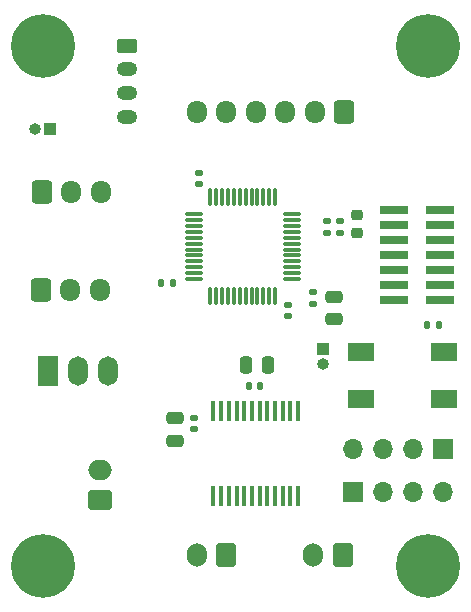
<source format=gbr>
%TF.GenerationSoftware,KiCad,Pcbnew,8.0.8*%
%TF.CreationDate,2025-02-05T17:51:18+01:00*%
%TF.ProjectId,Janus_finalV,4a616e75-735f-4666-996e-616c562e6b69,rev?*%
%TF.SameCoordinates,Original*%
%TF.FileFunction,Soldermask,Top*%
%TF.FilePolarity,Negative*%
%FSLAX46Y46*%
G04 Gerber Fmt 4.6, Leading zero omitted, Abs format (unit mm)*
G04 Created by KiCad (PCBNEW 8.0.8) date 2025-02-05 17:51:18*
%MOMM*%
%LPD*%
G01*
G04 APERTURE LIST*
G04 Aperture macros list*
%AMRoundRect*
0 Rectangle with rounded corners*
0 $1 Rounding radius*
0 $2 $3 $4 $5 $6 $7 $8 $9 X,Y pos of 4 corners*
0 Add a 4 corners polygon primitive as box body*
4,1,4,$2,$3,$4,$5,$6,$7,$8,$9,$2,$3,0*
0 Add four circle primitives for the rounded corners*
1,1,$1+$1,$2,$3*
1,1,$1+$1,$4,$5*
1,1,$1+$1,$6,$7*
1,1,$1+$1,$8,$9*
0 Add four rect primitives between the rounded corners*
20,1,$1+$1,$2,$3,$4,$5,0*
20,1,$1+$1,$4,$5,$6,$7,0*
20,1,$1+$1,$6,$7,$8,$9,0*
20,1,$1+$1,$8,$9,$2,$3,0*%
G04 Aperture macros list end*
%ADD10R,1.700000X1.700000*%
%ADD11O,1.700000X1.700000*%
%ADD12C,5.400000*%
%ADD13RoundRect,0.140000X-0.140000X-0.170000X0.140000X-0.170000X0.140000X0.170000X-0.140000X0.170000X0*%
%ADD14R,2.400000X0.740000*%
%ADD15RoundRect,0.250000X-0.625000X0.350000X-0.625000X-0.350000X0.625000X-0.350000X0.625000X0.350000X0*%
%ADD16O,1.750000X1.200000*%
%ADD17R,1.000000X1.000000*%
%ADD18O,1.000000X1.000000*%
%ADD19RoundRect,0.102000X1.000000X0.700000X-1.000000X0.700000X-1.000000X-0.700000X1.000000X-0.700000X0*%
%ADD20RoundRect,0.218750X0.256250X-0.218750X0.256250X0.218750X-0.256250X0.218750X-0.256250X-0.218750X0*%
%ADD21R,1.700000X2.500000*%
%ADD22O,1.700000X2.500000*%
%ADD23RoundRect,0.140000X-0.170000X0.140000X-0.170000X-0.140000X0.170000X-0.140000X0.170000X0.140000X0*%
%ADD24RoundRect,0.250000X-0.250000X-0.475000X0.250000X-0.475000X0.250000X0.475000X-0.250000X0.475000X0*%
%ADD25R,0.450000X1.750000*%
%ADD26RoundRect,0.250000X-0.600000X-0.725000X0.600000X-0.725000X0.600000X0.725000X-0.600000X0.725000X0*%
%ADD27O,1.700000X1.950000*%
%ADD28RoundRect,0.140000X0.170000X-0.140000X0.170000X0.140000X-0.170000X0.140000X-0.170000X-0.140000X0*%
%ADD29RoundRect,0.250000X-0.475000X0.250000X-0.475000X-0.250000X0.475000X-0.250000X0.475000X0.250000X0*%
%ADD30RoundRect,0.140000X0.140000X0.170000X-0.140000X0.170000X-0.140000X-0.170000X0.140000X-0.170000X0*%
%ADD31RoundRect,0.075000X0.662500X0.075000X-0.662500X0.075000X-0.662500X-0.075000X0.662500X-0.075000X0*%
%ADD32RoundRect,0.075000X0.075000X0.662500X-0.075000X0.662500X-0.075000X-0.662500X0.075000X-0.662500X0*%
%ADD33RoundRect,0.250000X0.600000X0.725000X-0.600000X0.725000X-0.600000X-0.725000X0.600000X-0.725000X0*%
%ADD34RoundRect,0.250000X0.600000X0.750000X-0.600000X0.750000X-0.600000X-0.750000X0.600000X-0.750000X0*%
%ADD35O,1.700000X2.000000*%
%ADD36RoundRect,0.250000X0.750000X-0.600000X0.750000X0.600000X-0.750000X0.600000X-0.750000X-0.600000X0*%
%ADD37O,2.000000X1.700000*%
G04 APERTURE END LIST*
D10*
%TO.C,J14*%
X140600000Y-79400000D03*
D11*
X143140000Y-79400000D03*
X145680000Y-79400000D03*
X148220000Y-79400000D03*
%TD*%
D12*
%TO.C,H2*%
X147000000Y-85600000D03*
%TD*%
D13*
%TO.C,C11*%
X146920000Y-65200000D03*
X147880000Y-65200000D03*
%TD*%
D14*
%TO.C,J7*%
X148000000Y-63110000D03*
X144100000Y-63110000D03*
X148000000Y-61840000D03*
X144100000Y-61840000D03*
X148000000Y-60570000D03*
X144100000Y-60570000D03*
X148000000Y-59300000D03*
X144100000Y-59300000D03*
X148000000Y-58030000D03*
X144100000Y-58030000D03*
X148000000Y-56760000D03*
X144100000Y-56760000D03*
X148000000Y-55490000D03*
X144100000Y-55490000D03*
%TD*%
D15*
%TO.C,J2*%
X121500000Y-41600000D03*
D16*
X121500000Y-43600000D03*
X121500000Y-45600000D03*
X121500000Y-47600000D03*
%TD*%
D17*
%TO.C,J13*%
X138100000Y-67250000D03*
D18*
X138100000Y-68520000D03*
%TD*%
D19*
%TO.C,Switch1*%
X148300000Y-71500000D03*
X141300000Y-71500000D03*
X148300000Y-67500000D03*
X141300000Y-67500000D03*
%TD*%
D20*
%TO.C,L1*%
X140950000Y-57487500D03*
X140950000Y-55912500D03*
%TD*%
D21*
%TO.C,J4*%
X114820000Y-69100000D03*
D22*
X117360000Y-69100000D03*
X119900000Y-69100000D03*
%TD*%
D23*
%TO.C,C10*%
X137250000Y-62470000D03*
X137250000Y-63430000D03*
%TD*%
D12*
%TO.C,H1*%
X114400000Y-41600000D03*
%TD*%
D23*
%TO.C,C12*%
X135100000Y-63520000D03*
X135100000Y-64480000D03*
%TD*%
D24*
%TO.C,C4*%
X131550000Y-68600000D03*
X133450000Y-68600000D03*
%TD*%
D25*
%TO.C,Driver1*%
X128825000Y-79700000D03*
X129475000Y-79700000D03*
X130125000Y-79700000D03*
X130775000Y-79700000D03*
X131425000Y-79700000D03*
X132075000Y-79700000D03*
X132725000Y-79700000D03*
X133375000Y-79700000D03*
X134025000Y-79700000D03*
X134675000Y-79700000D03*
X135325000Y-79700000D03*
X135975000Y-79700000D03*
X135975000Y-72500000D03*
X135325000Y-72500000D03*
X134675000Y-72500000D03*
X134025000Y-72500000D03*
X133375000Y-72500000D03*
X132725000Y-72500000D03*
X132075000Y-72500000D03*
X131425000Y-72500000D03*
X130775000Y-72500000D03*
X130125000Y-72500000D03*
X129475000Y-72500000D03*
X128825000Y-72500000D03*
%TD*%
D26*
%TO.C,J5*%
X114200000Y-62300000D03*
D27*
X116700000Y-62300000D03*
X119200000Y-62300000D03*
%TD*%
D23*
%TO.C,C14*%
X139500000Y-56470000D03*
X139500000Y-57430000D03*
%TD*%
D26*
%TO.C,J6*%
X114300000Y-54000000D03*
D27*
X116800000Y-54000000D03*
X119300000Y-54000000D03*
%TD*%
D17*
%TO.C,J12*%
X115000000Y-48600000D03*
D18*
X113730000Y-48600000D03*
%TD*%
D10*
%TO.C,J11*%
X148240000Y-75700000D03*
D11*
X145700000Y-75700000D03*
X143160000Y-75700000D03*
X140620000Y-75700000D03*
%TD*%
D23*
%TO.C,C5*%
X127200000Y-73120000D03*
X127200000Y-74080000D03*
%TD*%
D13*
%TO.C,C3*%
X131820000Y-70400000D03*
X132780000Y-70400000D03*
%TD*%
D12*
%TO.C,H3*%
X147000000Y-41600000D03*
%TD*%
D28*
%TO.C,C8*%
X127600000Y-53330000D03*
X127600000Y-52370000D03*
%TD*%
D29*
%TO.C,C6*%
X125600000Y-73150000D03*
X125600000Y-75050000D03*
%TD*%
D30*
%TO.C,C9*%
X125380000Y-61700000D03*
X124420000Y-61700000D03*
%TD*%
D31*
%TO.C,U1*%
X135462500Y-61350000D03*
X135462500Y-60850000D03*
X135462500Y-60350000D03*
X135462500Y-59850000D03*
X135462500Y-59350000D03*
X135462500Y-58850000D03*
X135462500Y-58350000D03*
X135462500Y-57850000D03*
X135462500Y-57350000D03*
X135462500Y-56850000D03*
X135462500Y-56350000D03*
X135462500Y-55850000D03*
D32*
X134050000Y-54437500D03*
X133550000Y-54437500D03*
X133050000Y-54437500D03*
X132550000Y-54437500D03*
X132050000Y-54437500D03*
X131550000Y-54437500D03*
X131050000Y-54437500D03*
X130550000Y-54437500D03*
X130050000Y-54437500D03*
X129550000Y-54437500D03*
X129050000Y-54437500D03*
X128550000Y-54437500D03*
D31*
X127137500Y-55850000D03*
X127137500Y-56350000D03*
X127137500Y-56850000D03*
X127137500Y-57350000D03*
X127137500Y-57850000D03*
X127137500Y-58350000D03*
X127137500Y-58850000D03*
X127137500Y-59350000D03*
X127137500Y-59850000D03*
X127137500Y-60350000D03*
X127137500Y-60850000D03*
X127137500Y-61350000D03*
D32*
X128550000Y-62762500D03*
X129050000Y-62762500D03*
X129550000Y-62762500D03*
X130050000Y-62762500D03*
X130550000Y-62762500D03*
X131050000Y-62762500D03*
X131550000Y-62762500D03*
X132050000Y-62762500D03*
X132550000Y-62762500D03*
X133050000Y-62762500D03*
X133550000Y-62762500D03*
X134050000Y-62762500D03*
%TD*%
D12*
%TO.C,H4*%
X114400000Y-85600000D03*
%TD*%
D33*
%TO.C,J8*%
X139900000Y-47200000D03*
D27*
X137400000Y-47200000D03*
X134900000Y-47200000D03*
X132400000Y-47200000D03*
X129900000Y-47200000D03*
X127400000Y-47200000D03*
%TD*%
D23*
%TO.C,C13*%
X138450000Y-56470000D03*
X138450000Y-57430000D03*
%TD*%
D29*
%TO.C,C7*%
X139050000Y-62850000D03*
X139050000Y-64750000D03*
%TD*%
D34*
%TO.C,J9*%
X129900000Y-84700000D03*
D35*
X127400000Y-84700000D03*
%TD*%
D36*
%TO.C,J1*%
X119200000Y-80050000D03*
D37*
X119200000Y-77550000D03*
%TD*%
D34*
%TO.C,J10*%
X139750000Y-84700000D03*
D35*
X137250000Y-84700000D03*
%TD*%
M02*

</source>
